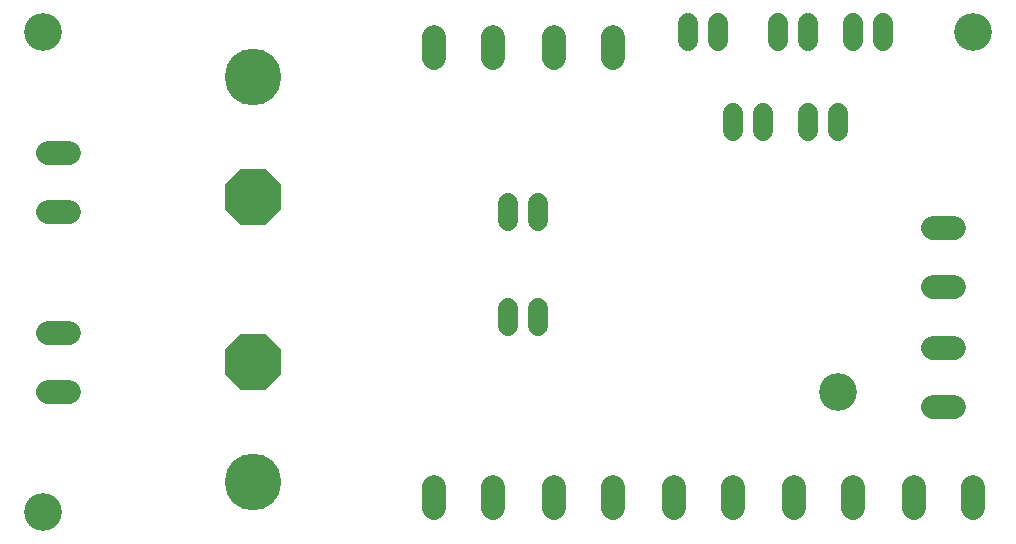
<source format=gts>
G75*
%MOIN*%
%OFA0B0*%
%FSLAX25Y25*%
%IPPOS*%
%LPD*%
%AMOC8*
5,1,8,0,0,1.08239X$1,22.5*
%
%ADD10C,0.12611*%
%ADD11C,0.07850*%
%ADD12C,0.18900*%
%ADD13OC8,0.18900*%
%ADD14C,0.06800*%
D10*
X0017000Y0017000D03*
X0017000Y0177000D03*
X0282000Y0057000D03*
X0327000Y0177000D03*
D11*
X0320525Y0111843D02*
X0313475Y0111843D01*
X0313475Y0092157D02*
X0320525Y0092157D01*
X0320525Y0071843D02*
X0313475Y0071843D01*
X0313475Y0052157D02*
X0320525Y0052157D01*
X0326843Y0025525D02*
X0326843Y0018475D01*
X0307157Y0018475D02*
X0307157Y0025525D01*
X0286843Y0025525D02*
X0286843Y0018475D01*
X0267157Y0018475D02*
X0267157Y0025525D01*
X0246843Y0025525D02*
X0246843Y0018475D01*
X0227157Y0018475D02*
X0227157Y0025525D01*
X0206843Y0025525D02*
X0206843Y0018475D01*
X0187157Y0018475D02*
X0187157Y0025525D01*
X0166843Y0025525D02*
X0166843Y0018475D01*
X0147157Y0018475D02*
X0147157Y0025525D01*
X0025525Y0057157D02*
X0018475Y0057157D01*
X0018475Y0076843D02*
X0025525Y0076843D01*
X0025525Y0117157D02*
X0018475Y0117157D01*
X0018475Y0136843D02*
X0025525Y0136843D01*
X0147157Y0168475D02*
X0147157Y0175525D01*
X0166843Y0175525D02*
X0166843Y0168475D01*
X0187157Y0168475D02*
X0187157Y0175525D01*
X0206843Y0175525D02*
X0206843Y0168475D01*
D12*
X0087000Y0162000D03*
X0087000Y0027000D03*
D13*
X0087000Y0067000D03*
X0087000Y0122000D03*
D14*
X0172000Y0120000D02*
X0172000Y0114000D01*
X0182000Y0114000D02*
X0182000Y0120000D01*
X0182000Y0085000D02*
X0182000Y0079000D01*
X0172000Y0079000D02*
X0172000Y0085000D01*
X0247000Y0144000D02*
X0247000Y0150000D01*
X0257000Y0150000D02*
X0257000Y0144000D01*
X0272000Y0144000D02*
X0272000Y0150000D01*
X0282000Y0150000D02*
X0282000Y0144000D01*
X0287000Y0174000D02*
X0287000Y0180000D01*
X0297000Y0180000D02*
X0297000Y0174000D01*
X0272000Y0174000D02*
X0272000Y0180000D01*
X0262000Y0180000D02*
X0262000Y0174000D01*
X0242000Y0174000D02*
X0242000Y0180000D01*
X0232000Y0180000D02*
X0232000Y0174000D01*
M02*

</source>
